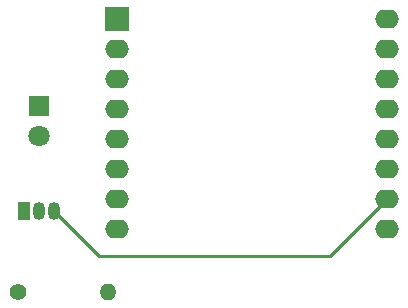
<source format=gbr>
%TF.GenerationSoftware,KiCad,Pcbnew,(6.0.6-0)*%
%TF.CreationDate,2022-07-12T10:46:49-05:00*%
%TF.ProjectId,E1.31-IR-Blaster,45312e33-312d-4495-922d-426c61737465,rev?*%
%TF.SameCoordinates,Original*%
%TF.FileFunction,Copper,L2,Bot*%
%TF.FilePolarity,Positive*%
%FSLAX46Y46*%
G04 Gerber Fmt 4.6, Leading zero omitted, Abs format (unit mm)*
G04 Created by KiCad (PCBNEW (6.0.6-0)) date 2022-07-12 10:46:49*
%MOMM*%
%LPD*%
G01*
G04 APERTURE LIST*
%TA.AperFunction,ComponentPad*%
%ADD10R,1.800000X1.800000*%
%TD*%
%TA.AperFunction,ComponentPad*%
%ADD11C,1.800000*%
%TD*%
%TA.AperFunction,ComponentPad*%
%ADD12R,1.050000X1.500000*%
%TD*%
%TA.AperFunction,ComponentPad*%
%ADD13O,1.050000X1.500000*%
%TD*%
%TA.AperFunction,ComponentPad*%
%ADD14R,2.000000X2.000000*%
%TD*%
%TA.AperFunction,ComponentPad*%
%ADD15O,2.000000X1.600000*%
%TD*%
%TA.AperFunction,ComponentPad*%
%ADD16C,1.400000*%
%TD*%
%TA.AperFunction,ComponentPad*%
%ADD17O,1.400000X1.400000*%
%TD*%
%TA.AperFunction,Conductor*%
%ADD18C,0.250000*%
%TD*%
G04 APERTURE END LIST*
D10*
%TO.P,D1,1,K*%
%TO.N,Net-(D1-Pad1)*%
X16764000Y-28951000D03*
D11*
%TO.P,D1,2,A*%
%TO.N,Net-(D1-Pad2)*%
X16764000Y-31491000D03*
%TD*%
D12*
%TO.P,Q1,1,C*%
%TO.N,Net-(D1-Pad2)*%
X15494000Y-37846000D03*
D13*
%TO.P,Q1,2,B*%
%TO.N,Net-(Q1-Pad2)*%
X16764000Y-37846000D03*
%TO.P,Q1,3,E*%
%TO.N,Net-(Q1-Pad3)*%
X18034000Y-37846000D03*
%TD*%
D14*
%TO.P,U1,1,~{RST}*%
%TO.N,unconnected-(U1-Pad1)*%
X23345000Y-21590000D03*
D15*
%TO.P,U1,2,A0*%
%TO.N,unconnected-(U1-Pad2)*%
X23345000Y-24130000D03*
%TO.P,U1,3,D0*%
%TO.N,unconnected-(U1-Pad3)*%
X23345000Y-26670000D03*
%TO.P,U1,4,SCK/D5*%
%TO.N,unconnected-(U1-Pad4)*%
X23345000Y-29210000D03*
%TO.P,U1,5,MISO/D6*%
%TO.N,unconnected-(U1-Pad5)*%
X23345000Y-31750000D03*
%TO.P,U1,6,MOSI/D7*%
%TO.N,unconnected-(U1-Pad6)*%
X23345000Y-34290000D03*
%TO.P,U1,7,CS/D8*%
%TO.N,unconnected-(U1-Pad7)*%
X23345000Y-36830000D03*
%TO.P,U1,8,3V3*%
%TO.N,Net-(D1-Pad1)*%
X23345000Y-39370000D03*
%TO.P,U1,9,5V*%
%TO.N,unconnected-(U1-Pad9)*%
X46205000Y-39370000D03*
%TO.P,U1,10,GND*%
%TO.N,Net-(Q1-Pad3)*%
X46205000Y-36830000D03*
%TO.P,U1,11,D4*%
%TO.N,unconnected-(U1-Pad11)*%
X46205000Y-34290000D03*
%TO.P,U1,12,D3*%
%TO.N,unconnected-(U1-Pad12)*%
X46205000Y-31750000D03*
%TO.P,U1,13,SDA/D2*%
%TO.N,Net-(R1-Pad2)*%
X46205000Y-29210000D03*
%TO.P,U1,14,SCL/D1*%
%TO.N,unconnected-(U1-Pad14)*%
X46205000Y-26670000D03*
%TO.P,U1,15,RX*%
%TO.N,unconnected-(U1-Pad15)*%
X46205000Y-24130000D03*
%TO.P,U1,16,TX*%
%TO.N,unconnected-(U1-Pad16)*%
X46205000Y-21590000D03*
%TD*%
D16*
%TO.P,R1,1*%
%TO.N,Net-(Q1-Pad2)*%
X14986000Y-44704000D03*
D17*
%TO.P,R1,2*%
%TO.N,Net-(R1-Pad2)*%
X22606000Y-44704000D03*
%TD*%
D18*
%TO.N,Net-(Q1-Pad3)*%
X21844000Y-41656000D02*
X18034000Y-37846000D01*
X41379000Y-41656000D02*
X21844000Y-41656000D01*
X46205000Y-36830000D02*
X41379000Y-41656000D01*
%TD*%
M02*

</source>
